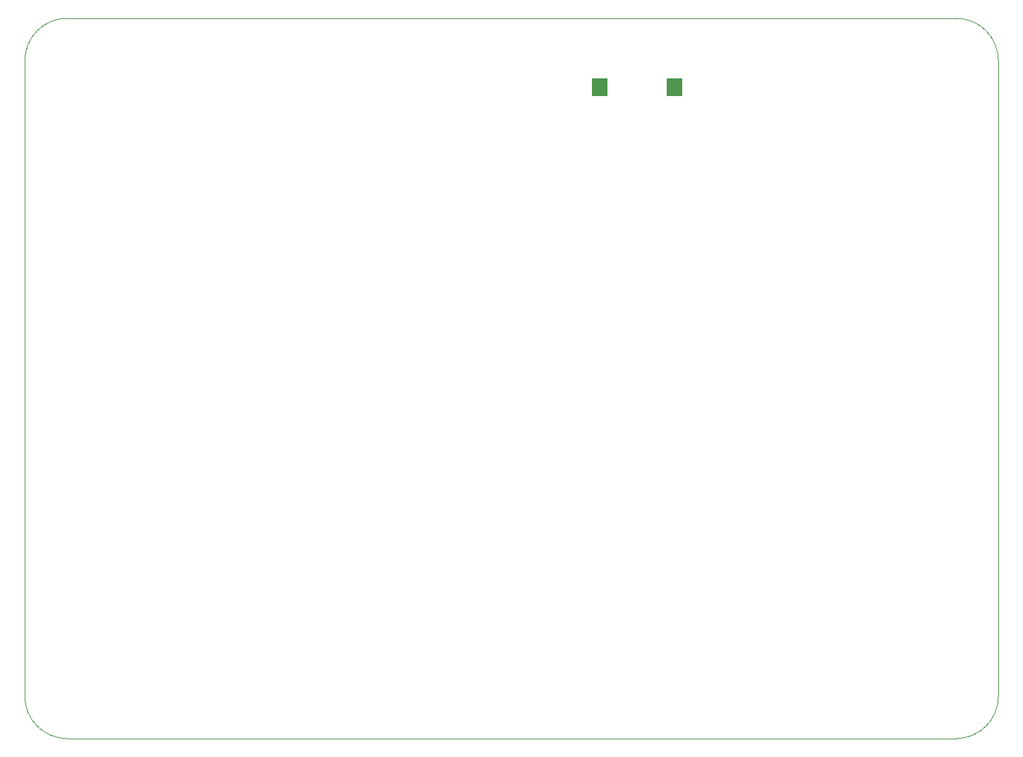
<source format=gbr>
%TF.GenerationSoftware,KiCad,Pcbnew,7.0.6-7.0.6~ubuntu20.04.1*%
%TF.CreationDate,2023-09-11T17:25:35+08:00*%
%TF.ProjectId,pro72,70726f37-322e-46b6-9963-61645f706362,rev?*%
%TF.SameCoordinates,Original*%
%TF.FileFunction,Profile,NP*%
%FSLAX46Y46*%
G04 Gerber Fmt 4.6, Leading zero omitted, Abs format (unit mm)*
G04 Created by KiCad (PCBNEW 7.0.6-7.0.6~ubuntu20.04.1) date 2023-09-11 17:25:35*
%MOMM*%
%LPD*%
G01*
G04 APERTURE LIST*
%TA.AperFunction,Profile*%
%ADD10C,0.100000*%
%TD*%
%TA.AperFunction,Profile*%
%ADD11C,0.050000*%
%TD*%
G04 APERTURE END LIST*
D10*
X116840000Y-35560000D02*
G75*
G03*
X111760000Y-40640000I0J-5080000D01*
G01*
X116840000Y-35560000D02*
X223520000Y-35560000D01*
X111760000Y-116840000D02*
G75*
G03*
X116840000Y-121920000I5080000J0D01*
G01*
X223520000Y-121920000D02*
X116840000Y-121920000D01*
X228600000Y-40640000D02*
G75*
G03*
X223520000Y-35560000I-5080000J0D01*
G01*
X111760000Y-116840000D02*
X111760000Y-40640000D01*
X228600000Y-40640000D02*
X228600000Y-116840000D01*
X223520000Y-121920000D02*
G75*
G03*
X228600000Y-116840000I0J5080000D01*
G01*
D11*
%TO.C,SW1*%
X179800000Y-42800000D02*
X181600000Y-42800000D01*
X181600000Y-42800000D02*
X181600000Y-44800000D01*
X181600000Y-44800000D02*
X179800000Y-44800000D01*
X179800000Y-44800000D02*
X179800000Y-42800000D01*
G36*
X179800000Y-42800000D02*
G01*
X181600000Y-42800000D01*
X181600000Y-44800000D01*
X179800000Y-44800000D01*
X179800000Y-42800000D01*
G37*
X188800000Y-42800000D02*
X190600000Y-42800000D01*
X190600000Y-42800000D02*
X190600000Y-44800000D01*
X190600000Y-44800000D02*
X188800000Y-44800000D01*
X188800000Y-44800000D02*
X188800000Y-42800000D01*
G36*
X188800000Y-42800000D02*
G01*
X190600000Y-42800000D01*
X190600000Y-44800000D01*
X188800000Y-44800000D01*
X188800000Y-42800000D01*
G37*
%TD*%
M02*

</source>
